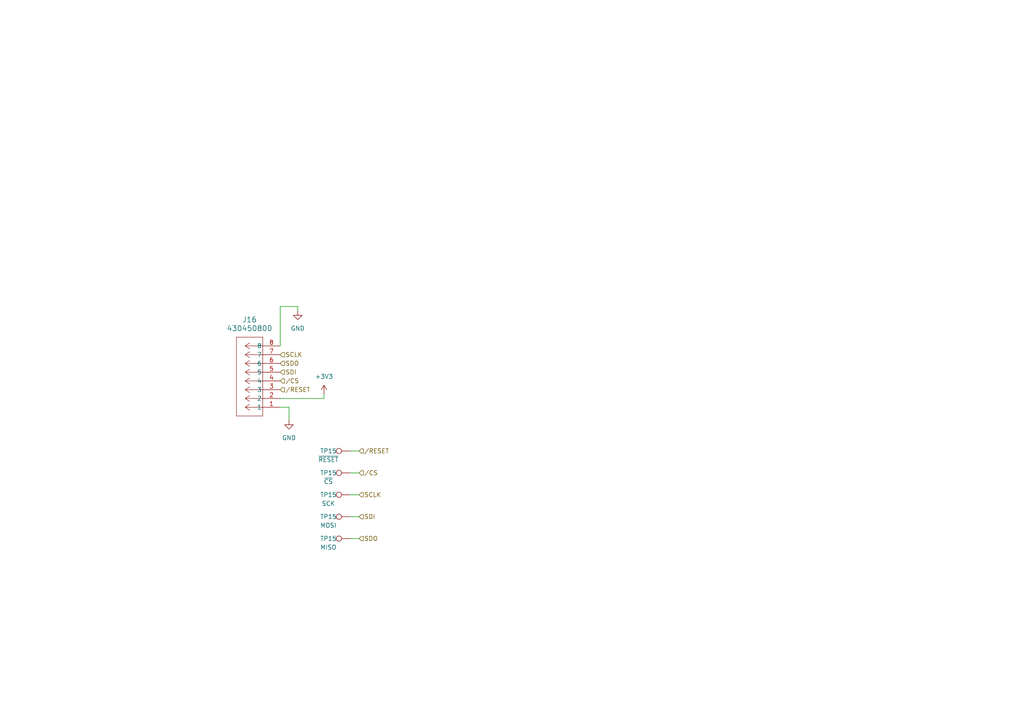
<source format=kicad_sch>
(kicad_sch (version 20250114) (generator "eeschema") (generator_version "9.0")
  (paper "A4")
  (lib_symbols
    (symbol "Connector:TestPoint" (pin_numbers (hide yes)) (pin_names (offset 0.762) (hide yes))
      (property "Reference" "TP" (at 0 6.858 0))
      (property "Value" "TestPoint" (at 0 5.08 0))
      (symbol "TestPoint_0_1"
        (circle (center 0 3.302) (radius 0.762))
      )
      (symbol "TestPoint_1_1"
        (pin passive line (at 0 0 90) (length 2.54) (name "1") (number "1"))
      )
    )
    (symbol "WaterBlaster:430450800" (pin_names (offset 0.254))
      (property "Reference" "J" (at 8.89 6.35 0))
      (property "Value" "430450800" (at -1.27 3.81 0))
      (symbol "430450800_1_1"
        (polyline (pts (xy 5.08 2.54) (xy 5.08 -20.32)) (stroke (width 0.127)))
        (polyline (pts (xy 5.08 -20.32) (xy 12.7 -20.32)) (stroke (width 0.127)))
        (polyline (pts (xy 10.16 0) (xy 5.08 0)) (stroke (width 0.127)))
        (polyline (pts (xy 10.16 0) (xy 8.89 0.8467)) (stroke (width 0.127)))
        (polyline (pts (xy 10.16 0) (xy 8.89 -0.8467)) (stroke (width 0.127)))
        (polyline (pts (xy 10.16 -2.54) (xy 5.08 -2.54)) (stroke (width 0.127)))
        (polyline (pts (xy 10.16 -2.54) (xy 8.89 -1.6933)) (stroke (width 0.127)))
        (polyline (pts (xy 10.16 -2.54) (xy 8.89 -3.3867)) (stroke (width 0.127)))
        (polyline (pts (xy 10.16 -5.08) (xy 5.08 -5.08)) (stroke (width 0.127)))
        (polyline (pts (xy 10.16 -5.08) (xy 8.89 -4.2333)) (stroke (width 0.127)))
        (polyline (pts (xy 10.16 -5.08) (xy 8.89 -5.9267)) (stroke (width 0.127)))
        (polyline (pts (xy 10.16 -7.62) (xy 5.08 -7.62)) (stroke (width 0.127)))
        (polyline (pts (xy 10.16 -7.62) (xy 8.89 -6.7733)) (stroke (width 0.127)))
        (polyline (pts (xy 10.16 -7.62) (xy 8.89 -8.4667)) (stroke (width 0.127)))
        (polyline (pts (xy 10.16 -10.16) (xy 5.08 -10.16)) (stroke (width 0.127)))
        (polyline (pts (xy 10.16 -10.16) (xy 8.89 -9.3133)) (stroke (width 0.127)))
        (polyline (pts (xy 10.16 -10.16) (xy 8.89 -11.0067)) (stroke (width 0.127)))
        (polyline (pts (xy 10.16 -12.7) (xy 5.08 -12.7)) (stroke (width 0.127)))
        (polyline (pts (xy 10.16 -12.7) (xy 8.89 -11.8533)) (stroke (width 0.127)))
        (polyline (pts (xy 10.16 -12.7) (xy 8.89 -13.5467)) (stroke (width 0.127)))
        (polyline (pts (xy 10.16 -15.24) (xy 5.08 -15.24)) (stroke (width 0.127)))
        (polyline (pts (xy 10.16 -15.24) (xy 8.89 -14.3933)) (stroke (width 0.127)))
        (polyline (pts (xy 10.16 -15.24) (xy 8.89 -16.0867)) (stroke (width 0.127)))
        (polyline (pts (xy 10.16 -17.78) (xy 5.08 -17.78)) (stroke (width 0.127)))
        (polyline (pts (xy 10.16 -17.78) (xy 8.89 -16.9333)) (stroke (width 0.127)))
        (polyline (pts (xy 10.16 -17.78) (xy 8.89 -18.6267)) (stroke (width 0.127)))
        (polyline (pts (xy 12.7 2.54) (xy 5.08 2.54)) (stroke (width 0.127)))
        (polyline (pts (xy 12.7 -20.32) (xy 12.7 2.54)) (stroke (width 0.127)))
        (pin passive line (at 0 0 0) (length 5.08) (name "1") (number "1"))
        (pin passive line (at 0 -2.54 0) (length 5.08) (name "2") (number "2"))
        (pin passive line (at 0 -5.08 0) (length 5.08) (name "3") (number "3"))
        (pin passive line (at 0 -7.62 0) (length 5.08) (name "4") (number "4"))
        (pin passive line (at 0 -10.16 0) (length 5.08) (name "5") (number "5"))
        (pin passive line (at 0 -12.7 0) (length 5.08) (name "6") (number "6"))
        (pin passive line (at 0 -15.24 0) (length 5.08) (name "7") (number "7"))
        (pin passive line (at 0 -17.78 0) (length 5.08) (name "8") (number "8"))
      )
      (symbol "430450800_1_2"
        (polyline (pts (xy 5.08 2.54) (xy 5.08 -20.32)) (stroke (width 0.127)))
        (polyline (pts (xy 5.08 -20.32) (xy 12.7 -20.32)) (stroke (width 0.127)))
        (polyline (pts (xy 7.62 0) (xy 5.08 0)) (stroke (width 0.127)))
        (polyline (pts (xy 7.62 0) (xy 8.89 0.8467)) (stroke (width 0.127)))
        (polyline (pts (xy 7.62 0) (xy 8.89 -0.8467)) (stroke (width 0.127)))
        (polyline (pts (xy 7.62 -2.54) (xy 5.08 -2.54)) (stroke (width 0.127)))
        (polyline (pts (xy 7.62 -2.54) (xy 8.89 -1.6933)) (stroke (width 0.127)))
        (polyline (pts (xy 7.62 -2.54) (xy 8.89 -3.3867)) (stroke (width 0.127)))
        (polyline (pts (xy 7.62 -5.08) (xy 5.08 -5.08)) (stroke (width 0.127)))
        (polyline (pts (xy 7.62 -5.08) (xy 8.89 -4.2333)) (stroke (width 0.127)))
        (polyline (pts (xy 7.62 -5.08) (xy 8.89 -5.9267)) (stroke (width 0.127)))
        (polyline (pts (xy 7.62 -7.62) (xy 5.08 -7.62)) (stroke (width 0.127)))
        (polyline (pts (xy 7.62 -7.62) (xy 8.89 -6.7733)) (stroke (width 0.127)))
        (polyline (pts (xy 7.62 -7.62) (xy 8.89 -8.4667)) (stroke (width 0.127)))
        (polyline (pts (xy 7.62 -10.16) (xy 5.08 -10.16)) (stroke (width 0.127)))
        (polyline (pts (xy 7.62 -10.16) (xy 8.89 -9.3133)) (stroke (width 0.127)))
        (polyline (pts (xy 7.62 -10.16) (xy 8.89 -11.0067)) (stroke (width 0.127)))
        (polyline (pts (xy 7.62 -12.7) (xy 5.08 -12.7)) (stroke (width 0.127)))
        (polyline (pts (xy 7.62 -12.7) (xy 8.89 -11.8533)) (stroke (width 0.127)))
        (polyline (pts (xy 7.62 -12.7) (xy 8.89 -13.5467)) (stroke (width 0.127)))
        (polyline (pts (xy 7.62 -15.24) (xy 5.08 -15.24)) (stroke (width 0.127)))
        (polyline (pts (xy 7.62 -15.24) (xy 8.89 -14.3933)) (stroke (width 0.127)))
        (polyline (pts (xy 7.62 -15.24) (xy 8.89 -16.0867)) (stroke (width 0.127)))
        (polyline (pts (xy 7.62 -17.78) (xy 5.08 -17.78)) (stroke (width 0.127)))
        (polyline (pts (xy 7.62 -17.78) (xy 8.89 -16.9333)) (stroke (width 0.127)))
        (polyline (pts (xy 7.62 -17.78) (xy 8.89 -18.6267)) (stroke (width 0.127)))
        (polyline (pts (xy 12.7 2.54) (xy 5.08 2.54)) (stroke (width 0.127)))
        (polyline (pts (xy 12.7 -20.32) (xy 12.7 2.54)) (stroke (width 0.127)))
        (pin unspecified line (at 0 0 0) (length 5.08) (name "1") (number "1"))
        (pin unspecified line (at 0 -2.54 0) (length 5.08) (name "2") (number "2"))
        (pin unspecified line (at 0 -5.08 0) (length 5.08) (name "3") (number "3"))
        (pin unspecified line (at 0 -7.62 0) (length 5.08) (name "4") (number "4"))
        (pin unspecified line (at 0 -10.16 0) (length 5.08) (name "5") (number "5"))
        (pin unspecified line (at 0 -12.7 0) (length 5.08) (name "6") (number "6"))
        (pin unspecified line (at 0 -15.24 0) (length 5.08) (name "7") (number "7"))
        (pin unspecified line (at 0 -17.78 0) (length 5.08) (name "8") (number "8"))
      )
    )
    (symbol "power:+3V3" (power) (pin_names (offset 0))
      (property "Value" "+3V3" (at 0 3.556 0))
      (symbol "+3V3_0_1"
        (polyline (pts (xy -0.762 1.27) (xy 0 2.54)))
        (polyline (pts (xy 0 2.54) (xy 0.762 1.27)))
        (polyline (pts (xy 0 0) (xy 0 2.54)))
      )
      (symbol "+3V3_1_1"
        (pin power_in line (at 0 0 90) (length 0) (hide yes) (name "+3V3") (number "1"))
      )
    )
    (symbol "power:GND" (power) (pin_names (offset 0))
      (property "Value" "GND" (at 0 -3.81 0))
      (symbol "GND_0_1"
        (polyline (pts (xy 0 0) (xy 0 -1.27) (xy 1.27 -1.27) (xy 0 -2.54) (xy -1.27 -1.27) (xy 0 -1.27)))
      )
      (symbol "GND_1_1"
        (pin power_in line (at 0 0 270) (length 0) (hide yes) (name "GND") (number "1"))
      )
    )
  )
  (wire (pts (xy 81.28 88.9) (xy 81.28 100.33)))
  (wire (pts (xy 81.28 118.11) (xy 83.82 118.11)))
  (wire (pts (xy 101.6 137.16) (xy 104.14 137.16)))
  (wire (pts (xy 83.82 118.11) (xy 83.82 121.92)))
  (wire (pts (xy 101.6 149.86) (xy 104.14 149.86)))
  (wire (pts (xy 101.6 143.51) (xy 104.14 143.51)))
  (wire (pts (xy 81.28 88.9) (xy 86.36 88.9)))
  (wire (pts (xy 101.6 156.21) (xy 104.14 156.21)))
  (wire (pts (xy 93.98 114.3) (xy 93.98 115.57)))
  (wire (pts (xy 86.36 88.9) (xy 86.36 90.17)))
  (wire (pts (xy 101.6 130.81) (xy 104.14 130.81)))
  (wire (pts (xy 93.98 115.57) (xy 81.28 115.57)))
  (hierarchical_label "SCLK" (shape input) (at 104.14 143.51 0))
  (hierarchical_label "{slash}CS" (shape input) (at 81.28 110.49 0))
  (hierarchical_label "SDI" (shape input) (at 104.14 149.86 0))
  (hierarchical_label "SDO" (shape input) (at 81.28 105.41 0))
  (hierarchical_label "SCLK" (shape input) (at 81.28 102.87 0))
  (hierarchical_label "{slash}CS" (shape input) (at 104.14 137.16 0))
  (hierarchical_label "SDI" (shape input) (at 81.28 107.95 0))
  (hierarchical_label "{slash}RESET" (shape input) (at 104.14 130.81 0))
  (hierarchical_label "SDO" (shape input) (at 104.14 156.21 0))
  (hierarchical_label "{slash}RESET" (shape input) (at 81.28 113.03 0))
  (symbol (lib_id "Connector:TestPoint") (at 101.6 149.86 90) (unit 1)
    (property "Reference" "TP13" (at 95.25 149.86 90))
    (property "Value" "MOSI" (at 95.25 152.4 90))
    (property "Footprint" "TestPoint:TestPoint_THTPad_D1.0mm_Drill0.5mm" (effects (hide yes)))
    (property "Note" "GND" (effects (hide yes)))
    (property "DNP" "DNP" (effects (hide yes)))
    (instances (project "CANalyzer_v4.0" (path "" (reference "TP15") (unit 1))) (project "WaterBlasterV2" (path "" (reference "TP6") (unit 1)) (path "" (reference "TP13") (unit 1))) (project "CANalyzer_v3.0" (path "" (reference "TP16") (unit 1))))
  )
  (symbol (lib_id "power:GND") (at 83.82 121.92 0) (unit 1)
    (property "Reference" "#PWR049" (effects (hide yes)))
    (property "Value" "GND" (at 83.82 127 0))
  )
  (symbol (lib_id "Connector:TestPoint") (at 101.6 156.21 90) (unit 1)
    (property "Reference" "TP14" (at 95.25 156.21 90))
    (property "Value" "MISO" (at 95.25 158.75 90))
    (property "Footprint" "TestPoint:TestPoint_THTPad_D1.0mm_Drill0.5mm" (effects (hide yes)))
    (property "Note" "GND" (effects (hide yes)))
    (property "DNP" "DNP" (effects (hide yes)))
    (instances (project "CANalyzer_v4.0" (path "" (reference "TP15") (unit 1))) (project "WaterBlasterV2" (path "" (reference "TP6") (unit 1)) (path "" (reference "TP14") (unit 1))) (project "CANalyzer_v3.0" (path "" (reference "TP16") (unit 1))))
  )
  (symbol (lib_id "Connector:TestPoint") (at 101.6 130.81 90) (unit 1)
    (property "Reference" "TP10" (at 95.25 130.81 90))
    (property "Value" "~{RESET}" (at 95.25 133.35 90))
    (property "Footprint" "TestPoint:TestPoint_THTPad_D1.0mm_Drill0.5mm" (effects (hide yes)))
    (property "Note" "GND" (effects (hide yes)))
    (property "DNP" "DNP" (effects (hide yes)))
    (instances (project "CANalyzer_v4.0" (path "" (reference "TP15") (unit 1))) (project "WaterBlasterV2" (path "" (reference "TP6") (unit 1)) (path "" (reference "TP10") (unit 1))) (project "CANalyzer_v3.0" (path "" (reference "TP16") (unit 1))))
  )
  (symbol (lib_id "power:GND") (at 86.36 90.17 0) (unit 1)
    (property "Reference" "#PWR048" (effects (hide yes)))
    (property "Value" "GND" (at 86.36 95.25 0))
  )
  (symbol (lib_id "Connector:TestPoint") (at 101.6 137.16 90) (unit 1)
    (property "Reference" "TP11" (at 95.25 137.16 90))
    (property "Value" "~{CS}" (at 95.25 139.7 90))
    (property "Footprint" "TestPoint:TestPoint_THTPad_D1.0mm_Drill0.5mm" (effects (hide yes)))
    (property "Note" "GND" (effects (hide yes)))
    (property "DNP" "DNP" (effects (hide yes)))
    (instances (project "CANalyzer_v4.0" (path "" (reference "TP15") (unit 1))) (project "WaterBlasterV2" (path "" (reference "TP6") (unit 1)) (path "" (reference "TP11") (unit 1))) (project "CANalyzer_v3.0" (path "" (reference "TP16") (unit 1))))
  )
  (symbol (lib_id "WaterBlaster:430450800") (at 81.28 118.11 180) (unit 1)
    (property "Reference" "J16" (at 72.39 92.71 0) (effects (font (size 1.524 1.524))))
    (property "Value" "430450800" (at 72.39 95.25 0) (effects (font (size 1.524 1.524))))
    (property "Footprint" "WaterBlaster:CON_430450800_MOL" (effects (hide yes)))
    (property "Datasheet" "430450800" (effects (hide yes)))
  )
  (symbol (lib_id "power:+3V3") (at 93.98 114.3 0) (unit 1)
    (property "Reference" "#PWR047" (effects (hide yes)))
    (property "Value" "+3V3" (at 93.98 109.22 0))
  )
  (symbol (lib_id "Connector:TestPoint") (at 101.6 143.51 90) (unit 1)
    (property "Reference" "TP12" (at 95.25 143.51 90))
    (property "Value" "SCK" (at 95.25 146.05 90))
    (property "Footprint" "TestPoint:TestPoint_THTPad_D1.0mm_Drill0.5mm" (effects (hide yes)))
    (property "Note" "GND" (effects (hide yes)))
    (property "DNP" "DNP" (effects (hide yes)))
    (instances (project "CANalyzer_v4.0" (path "" (reference "TP15") (unit 1))) (project "WaterBlasterV2" (path "" (reference "TP6") (unit 1)) (path "" (reference "TP12") (unit 1))) (project "CANalyzer_v3.0" (path "" (reference "TP16") (unit 1))))
  )
)
</source>
